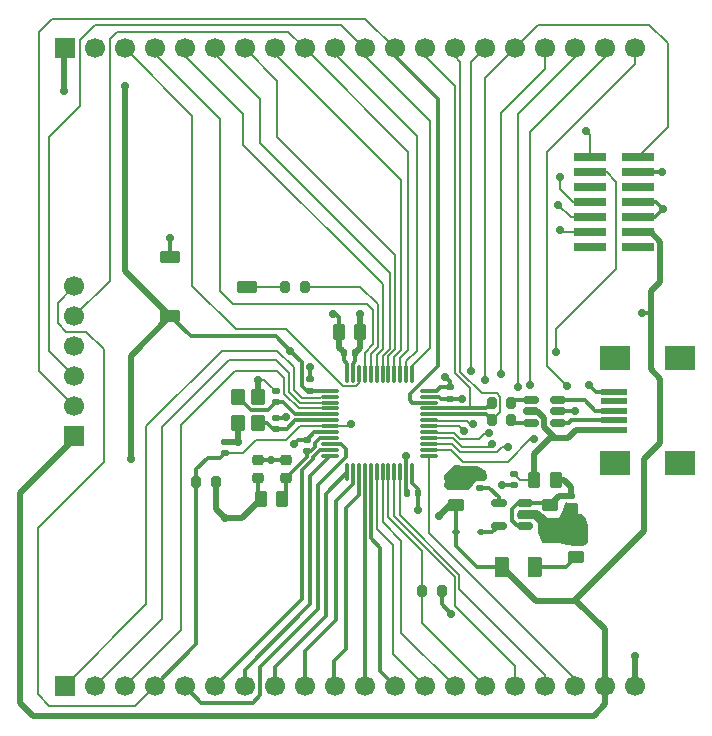
<source format=gtl>
%TF.GenerationSoftware,KiCad,Pcbnew,9.0.5*%
%TF.CreationDate,2025-11-25T11:18:21+01:00*%
%TF.ProjectId,PTP,5054502e-6b69-4636-9164-5f7063625858,rev?*%
%TF.SameCoordinates,Original*%
%TF.FileFunction,Copper,L1,Top*%
%TF.FilePolarity,Positive*%
%FSLAX46Y46*%
G04 Gerber Fmt 4.6, Leading zero omitted, Abs format (unit mm)*
G04 Created by KiCad (PCBNEW 9.0.5) date 2025-11-25 11:18:21*
%MOMM*%
%LPD*%
G01*
G04 APERTURE LIST*
G04 Aperture macros list*
%AMRoundRect*
0 Rectangle with rounded corners*
0 $1 Rounding radius*
0 $2 $3 $4 $5 $6 $7 $8 $9 X,Y pos of 4 corners*
0 Add a 4 corners polygon primitive as box body*
4,1,4,$2,$3,$4,$5,$6,$7,$8,$9,$2,$3,0*
0 Add four circle primitives for the rounded corners*
1,1,$1+$1,$2,$3*
1,1,$1+$1,$4,$5*
1,1,$1+$1,$6,$7*
1,1,$1+$1,$8,$9*
0 Add four rect primitives between the rounded corners*
20,1,$1+$1,$2,$3,$4,$5,0*
20,1,$1+$1,$4,$5,$6,$7,0*
20,1,$1+$1,$6,$7,$8,$9,0*
20,1,$1+$1,$8,$9,$2,$3,0*%
G04 Aperture macros list end*
%TA.AperFunction,SMDPad,CuDef*%
%ADD10RoundRect,0.111000X1.284000X-0.259000X1.284000X0.259000X-1.284000X0.259000X-1.284000X-0.259000X0*%
%TD*%
%TA.AperFunction,ComponentPad*%
%ADD11R,1.700000X1.700000*%
%TD*%
%TA.AperFunction,ComponentPad*%
%ADD12C,1.700000*%
%TD*%
%TA.AperFunction,SMDPad,CuDef*%
%ADD13RoundRect,0.140000X0.170000X-0.140000X0.170000X0.140000X-0.170000X0.140000X-0.170000X-0.140000X0*%
%TD*%
%TA.AperFunction,SMDPad,CuDef*%
%ADD14RoundRect,0.200000X-0.200000X-0.275000X0.200000X-0.275000X0.200000X0.275000X-0.200000X0.275000X0*%
%TD*%
%TA.AperFunction,SMDPad,CuDef*%
%ADD15RoundRect,0.250000X0.262500X0.450000X-0.262500X0.450000X-0.262500X-0.450000X0.262500X-0.450000X0*%
%TD*%
%TA.AperFunction,SMDPad,CuDef*%
%ADD16RoundRect,0.140000X-0.170000X0.140000X-0.170000X-0.140000X0.170000X-0.140000X0.170000X0.140000X0*%
%TD*%
%TA.AperFunction,SMDPad,CuDef*%
%ADD17RoundRect,0.150000X0.512500X0.150000X-0.512500X0.150000X-0.512500X-0.150000X0.512500X-0.150000X0*%
%TD*%
%TA.AperFunction,SMDPad,CuDef*%
%ADD18RoundRect,0.250000X0.450000X-0.262500X0.450000X0.262500X-0.450000X0.262500X-0.450000X-0.262500X0*%
%TD*%
%TA.AperFunction,SMDPad,CuDef*%
%ADD19R,2.300000X0.500000*%
%TD*%
%TA.AperFunction,SMDPad,CuDef*%
%ADD20R,2.299996X0.500000*%
%TD*%
%TA.AperFunction,SMDPad,CuDef*%
%ADD21R,2.500000X2.000000*%
%TD*%
%TA.AperFunction,SMDPad,CuDef*%
%ADD22R,2.500000X1.999992*%
%TD*%
%TA.AperFunction,SMDPad,CuDef*%
%ADD23RoundRect,0.225000X0.250000X-0.225000X0.250000X0.225000X-0.250000X0.225000X-0.250000X-0.225000X0*%
%TD*%
%TA.AperFunction,SMDPad,CuDef*%
%ADD24RoundRect,0.140000X-0.140000X-0.170000X0.140000X-0.170000X0.140000X0.170000X-0.140000X0.170000X0*%
%TD*%
%TA.AperFunction,SMDPad,CuDef*%
%ADD25RoundRect,0.140000X0.140000X0.170000X-0.140000X0.170000X-0.140000X-0.170000X0.140000X-0.170000X0*%
%TD*%
%TA.AperFunction,SMDPad,CuDef*%
%ADD26RoundRect,0.250000X-0.350000X0.450000X-0.350000X-0.450000X0.350000X-0.450000X0.350000X0.450000X0*%
%TD*%
%TA.AperFunction,SMDPad,CuDef*%
%ADD27RoundRect,0.250000X-0.262500X-0.450000X0.262500X-0.450000X0.262500X0.450000X-0.262500X0.450000X0*%
%TD*%
%TA.AperFunction,SMDPad,CuDef*%
%ADD28RoundRect,0.250000X-0.450000X0.262500X-0.450000X-0.262500X0.450000X-0.262500X0.450000X0.262500X0*%
%TD*%
%TA.AperFunction,SMDPad,CuDef*%
%ADD29RoundRect,0.250000X0.375000X0.625000X-0.375000X0.625000X-0.375000X-0.625000X0.375000X-0.625000X0*%
%TD*%
%TA.AperFunction,SMDPad,CuDef*%
%ADD30RoundRect,0.112500X-0.187500X-0.112500X0.187500X-0.112500X0.187500X0.112500X-0.187500X0.112500X0*%
%TD*%
%TA.AperFunction,SMDPad,CuDef*%
%ADD31RoundRect,0.200000X0.200000X0.275000X-0.200000X0.275000X-0.200000X-0.275000X0.200000X-0.275000X0*%
%TD*%
%TA.AperFunction,SMDPad,CuDef*%
%ADD32RoundRect,0.050000X-0.800000X0.450000X-0.800000X-0.450000X0.800000X-0.450000X0.800000X0.450000X0*%
%TD*%
%TA.AperFunction,SMDPad,CuDef*%
%ADD33RoundRect,0.075000X-0.662500X-0.075000X0.662500X-0.075000X0.662500X0.075000X-0.662500X0.075000X0*%
%TD*%
%TA.AperFunction,SMDPad,CuDef*%
%ADD34RoundRect,0.075000X-0.075000X-0.662500X0.075000X-0.662500X0.075000X0.662500X-0.075000X0.662500X0*%
%TD*%
%TA.AperFunction,ViaPad*%
%ADD35C,0.700000*%
%TD*%
%TA.AperFunction,Conductor*%
%ADD36C,0.300000*%
%TD*%
%TA.AperFunction,Conductor*%
%ADD37C,0.200000*%
%TD*%
%TA.AperFunction,Conductor*%
%ADD38C,0.500000*%
%TD*%
G04 APERTURE END LIST*
D10*
%TO.P,J2,1,NC*%
%TO.N,unconnected-(J2-NC-Pad1)*%
X133535000Y-94870000D03*
%TO.P,J2,2,NC*%
%TO.N,unconnected-(J2-NC-Pad2)*%
X129465000Y-94870000D03*
%TO.P,J2,3,VCC*%
%TO.N,+3V3*%
X133535000Y-93600000D03*
%TO.P,J2,4,JTMS/SWDIO*%
%TO.N,/SWDIO*%
X129465000Y-93600000D03*
%TO.P,J2,5,GND*%
%TO.N,GND*%
X133535000Y-92330000D03*
%TO.P,J2,6,JCLK/SWCLK*%
%TO.N,/SWCLK*%
X129465000Y-92330000D03*
%TO.P,J2,7,GND*%
%TO.N,GND*%
X133535000Y-91055000D03*
%TO.P,J2,8,JTDO/SWO*%
%TO.N,/PB3(SWO)*%
X129465000Y-91060000D03*
%TO.P,J2,9,JRCLK/NC*%
%TO.N,unconnected-(J2-JRCLK{slash}NC-Pad9)*%
X133535000Y-89790000D03*
%TO.P,J2,10,JTDI/NC*%
%TO.N,unconnected-(J2-JTDI{slash}NC-Pad10)*%
X129465000Y-89790000D03*
%TO.P,J2,11,GNDDetect*%
%TO.N,GND*%
X133535000Y-88520000D03*
%TO.P,J2,12,~{RST}*%
%TO.N,/NRST*%
X129465000Y-88520000D03*
%TO.P,J2,13,VCP_RX*%
%TO.N,/USART1_RX*%
X129465000Y-87250000D03*
%TO.P,J2,14,VCP_TX*%
%TO.N,/USART1_TX*%
X133535000Y-87250000D03*
%TD*%
D11*
%TO.P,J4,1,Pin_1*%
%TO.N,/PC13*%
X85000000Y-132000000D03*
D12*
%TO.P,J4,2,Pin_2*%
%TO.N,/PC14*%
X87540000Y-132000000D03*
%TO.P,J4,3,Pin_3*%
%TO.N,/PC15*%
X90080000Y-132000000D03*
%TO.P,J4,4,Pin_4*%
%TO.N,/NRST*%
X92620000Y-132000000D03*
%TO.P,J4,5,Pin_5*%
%TO.N,/PA0*%
X95160000Y-132000000D03*
%TO.P,J4,6,Pin_6*%
%TO.N,/PA1*%
X97700000Y-132000000D03*
%TO.P,J4,7,Pin_7*%
%TO.N,/PA2*%
X100240000Y-132000000D03*
%TO.P,J4,8,Pin_8*%
%TO.N,/PA3*%
X102780000Y-132000000D03*
%TO.P,J4,9,Pin_9*%
%TO.N,/PA4*%
X105320000Y-132000000D03*
%TO.P,J4,10,Pin_10*%
%TO.N,/PA5*%
X107860000Y-132000000D03*
%TO.P,J4,11,Pin_11*%
%TO.N,/PA6*%
X110400000Y-132000000D03*
%TO.P,J4,12,Pin_12*%
%TO.N,/PA7*%
X112940000Y-132000000D03*
%TO.P,J4,13,Pin_13*%
%TO.N,/PB0*%
X115480000Y-132000000D03*
%TO.P,J4,14,Pin_14*%
%TO.N,/PB1*%
X118020000Y-132000000D03*
%TO.P,J4,15,Pin_15*%
%TO.N,/PB2*%
X120560000Y-132000000D03*
%TO.P,J4,16,Pin_16*%
%TO.N,/PB10*%
X123100000Y-132000000D03*
%TO.P,J4,17,Pin_17*%
%TO.N,/PB11*%
X125640000Y-132000000D03*
%TO.P,J4,18,Pin_18*%
%TO.N,/PB12*%
X128180000Y-132000000D03*
%TO.P,J4,19,Pin_19*%
%TO.N,+3V3*%
X130720000Y-132000000D03*
%TO.P,J4,20,Pin_20*%
%TO.N,GND*%
X133260000Y-132000000D03*
%TD*%
D11*
%TO.P,J5,1,Pin_1*%
%TO.N,GND*%
X85000000Y-78000000D03*
D12*
%TO.P,J5,2,Pin_2*%
%TO.N,+3V3*%
X87540000Y-78000000D03*
%TO.P,J5,3,Pin_3*%
%TO.N,/PB9*%
X90080000Y-78000000D03*
%TO.P,J5,4,Pin_4*%
%TO.N,/PB8*%
X92620000Y-78000000D03*
%TO.P,J5,5,Pin_5*%
%TO.N,/PB7*%
X95160000Y-78000000D03*
%TO.P,J5,6,Pin_6*%
%TO.N,/PB6*%
X97700000Y-78000000D03*
%TO.P,J5,7,Pin_7*%
%TO.N,/PB5*%
X100240000Y-78000000D03*
%TO.P,J5,8,Pin_8*%
%TO.N,/PB4*%
X102780000Y-78000000D03*
%TO.P,J5,9,Pin_9*%
%TO.N,/PB3(SWO)*%
X105320000Y-78000000D03*
%TO.P,J5,10,Pin_10*%
%TO.N,/PA15*%
X107860000Y-78000000D03*
%TO.P,J5,11,Pin_11*%
%TO.N,/SWCLK*%
X110400000Y-78000000D03*
%TO.P,J5,12,Pin_12*%
%TO.N,/SWDIO*%
X112940000Y-78000000D03*
%TO.P,J5,13,Pin_13*%
%TO.N,/USB_D+*%
X115480000Y-78000000D03*
%TO.P,J5,14,Pin_14*%
%TO.N,/USB_D-*%
X118020000Y-78000000D03*
%TO.P,J5,15,Pin_15*%
%TO.N,/USART1_RX*%
X120560000Y-78000000D03*
%TO.P,J5,16,Pin_16*%
%TO.N,/USART1_TX*%
X123100000Y-78000000D03*
%TO.P,J5,17,Pin_17*%
%TO.N,/PA8*%
X125640000Y-78000000D03*
%TO.P,J5,18,Pin_18*%
%TO.N,/PB15*%
X128180000Y-78000000D03*
%TO.P,J5,19,Pin_19*%
%TO.N,/PB14*%
X130720000Y-78000000D03*
%TO.P,J5,20,Pin_20*%
%TO.N,/PB13*%
X133260000Y-78000000D03*
%TD*%
D13*
%TO.P,C15,2*%
%TO.N,GND*%
X120156600Y-114267600D03*
%TO.P,C15,1*%
%TO.N,/BP*%
X120156600Y-115227600D03*
%TD*%
D14*
%TO.P,R3,2*%
%TO.N,/D_R-*%
X122800000Y-109500000D03*
%TO.P,R3,1*%
%TO.N,/USB_D-*%
X121150000Y-109500000D03*
%TD*%
D15*
%TO.P,FB1,2*%
%TO.N,+3V3*%
X101587500Y-116200000D03*
%TO.P,FB1,1*%
%TO.N,+3V3A*%
X103412500Y-116200000D03*
%TD*%
D13*
%TO.P,C11,1*%
%TO.N,/HSE_OUT*%
X102850000Y-110230000D03*
%TO.P,C11,2*%
%TO.N,GND*%
X102850000Y-109270000D03*
%TD*%
D14*
%TO.P,R2,1*%
%TO.N,/NRST*%
X96150000Y-114700000D03*
%TO.P,R2,2*%
%TO.N,+3V3*%
X97800000Y-114700000D03*
%TD*%
D16*
%TO.P,C4,1*%
%TO.N,+3V3*%
X117600000Y-106700000D03*
%TO.P,C4,2*%
%TO.N,GND*%
X117600000Y-107660000D03*
%TD*%
%TO.P,C9,1*%
%TO.N,GND*%
X98600000Y-111320000D03*
%TO.P,C9,2*%
%TO.N,/NRST*%
X98600000Y-112280000D03*
%TD*%
D17*
%TO.P,U2,1,I/O1*%
%TO.N,/D-*%
X126725000Y-109700000D03*
%TO.P,U2,2,GND*%
%TO.N,GND*%
X126725000Y-108750000D03*
%TO.P,U2,3,I/O2*%
%TO.N,/D+*%
X126725000Y-107800000D03*
%TO.P,U2,4,I/O2*%
%TO.N,/D_R+*%
X124450000Y-107800000D03*
%TO.P,U2,5,VBUS*%
%TO.N,+VCC*%
X124450000Y-108750000D03*
%TO.P,U2,6,I/O1*%
%TO.N,/D_R-*%
X124450000Y-109700000D03*
%TD*%
D18*
%TO.P,C16,1*%
%TO.N,+3V3*%
X118156600Y-116680100D03*
%TO.P,C16,2*%
%TO.N,GND*%
X118156600Y-114855100D03*
%TD*%
D19*
%TO.P,J1,1,VCC*%
%TO.N,+VCC*%
X131500000Y-110300000D03*
%TO.P,J1,2,D-*%
%TO.N,/D-*%
X131500000Y-109500000D03*
%TO.P,J1,3,D+*%
%TO.N,/D+*%
X131500000Y-108700000D03*
D20*
%TO.P,J1,4,ID*%
%TO.N,unconnected-(J1-ID-Pad4)*%
X131500002Y-107900000D03*
D19*
%TO.P,J1,5,GND*%
%TO.N,GND*%
X131500000Y-107100000D03*
D21*
%TO.P,J1,6,EH*%
%TO.N,unconnected-(J1-EH-Pad6)_3*%
X131600000Y-113150000D03*
D22*
%TO.N,unconnected-(J1-EH-Pad6)*%
X137100000Y-113150000D03*
D21*
%TO.N,unconnected-(J1-EH-Pad6)_2*%
X131600000Y-104250000D03*
D22*
%TO.N,unconnected-(J1-EH-Pad6)_1*%
X137100000Y-104250000D03*
%TD*%
D18*
%TO.P,R7,1*%
%TO.N,/PWR_LED_K*%
X128287500Y-121052500D03*
%TO.P,R7,2*%
%TO.N,GND*%
X128287500Y-119227500D03*
%TD*%
D23*
%TO.P,C8,1*%
%TO.N,+3V3*%
X101400000Y-114375000D03*
%TO.P,C8,2*%
%TO.N,GND*%
X101400000Y-112825000D03*
%TD*%
D13*
%TO.P,C10,1*%
%TO.N,/HSE_IN*%
X102850000Y-107980000D03*
%TO.P,C10,2*%
%TO.N,GND*%
X102850000Y-107020000D03*
%TD*%
D24*
%TO.P,C2,1*%
%TO.N,+3V3*%
X108640000Y-103800000D03*
%TO.P,C2,2*%
%TO.N,GND*%
X109600000Y-103800000D03*
%TD*%
D14*
%TO.P,R4,1*%
%TO.N,/USB_D+*%
X121150000Y-108000000D03*
%TO.P,R4,2*%
%TO.N,/D_R+*%
X122800000Y-108000000D03*
%TD*%
D23*
%TO.P,C7,1*%
%TO.N,+3V3A*%
X103700000Y-114400000D03*
%TO.P,C7,2*%
%TO.N,GND*%
X103700000Y-112850000D03*
%TD*%
D25*
%TO.P,C5,1*%
%TO.N,+3V3*%
X114900000Y-115700000D03*
%TO.P,C5,2*%
%TO.N,GND*%
X113940000Y-115700000D03*
%TD*%
D26*
%TO.P,Y1,1,1*%
%TO.N,/HSE_IN*%
X99700000Y-107500000D03*
%TO.P,Y1,2,2*%
%TO.N,GND*%
X99700000Y-109700000D03*
%TO.P,Y1,3,3*%
%TO.N,/HSE_OUT*%
X101400000Y-109700000D03*
%TO.P,Y1,4,4*%
%TO.N,GND*%
X101400000Y-107500000D03*
%TD*%
D27*
%TO.P,C1,1*%
%TO.N,+3V3*%
X108187500Y-102000000D03*
%TO.P,C1,2*%
%TO.N,GND*%
X110012500Y-102000000D03*
%TD*%
D14*
%TO.P,R1,1*%
%TO.N,/SW_BOOT0*%
X103675000Y-98200000D03*
%TO.P,R1,2*%
%TO.N,/BOOT0*%
X105325000Y-98200000D03*
%TD*%
D13*
%TO.P,C6,2*%
%TO.N,GND*%
X105500000Y-111140000D03*
%TO.P,C6,1*%
%TO.N,+3V3A*%
X105500000Y-112100000D03*
%TD*%
D28*
%TO.P,C14,1*%
%TO.N,/IN*%
X126112500Y-116640000D03*
%TO.P,C14,2*%
%TO.N,GND*%
X126112500Y-118465000D03*
%TD*%
D29*
%TO.P,D1,1,K*%
%TO.N,/PWR_LED_K*%
X124800000Y-121900000D03*
%TO.P,D1,2,A*%
%TO.N,+3V3*%
X122000000Y-121900000D03*
%TD*%
D12*
%TO.P,J3,6,Pin_6*%
%TO.N,/NRST*%
X85800000Y-98160000D03*
%TO.P,J3,5,Pin_5*%
%TO.N,/PB3(SWO)*%
X85800000Y-100700000D03*
%TO.P,J3,4,Pin_4*%
%TO.N,GND*%
X85800000Y-103240000D03*
%TO.P,J3,3,Pin_3*%
%TO.N,/SWCLK*%
X85800000Y-105780000D03*
%TO.P,J3,2,Pin_2*%
%TO.N,/SWDIO*%
X85800000Y-108320000D03*
D11*
%TO.P,J3,1,Pin_1*%
%TO.N,+3V3*%
X85800000Y-110860000D03*
%TD*%
D13*
%TO.P,C3,1*%
%TO.N,+3V3*%
X105800000Y-107000000D03*
%TO.P,C3,2*%
%TO.N,GND*%
X105800000Y-106040000D03*
%TD*%
D17*
%TO.P,U3,1,IN*%
%TO.N,/IN*%
X124000000Y-118440000D03*
%TO.P,U3,2,GND*%
%TO.N,GND*%
X124000000Y-117490000D03*
%TO.P,U3,3,EN*%
%TO.N,/IN*%
X124000000Y-116540000D03*
%TO.P,U3,4,BP*%
%TO.N,/BP*%
X121725000Y-116540000D03*
%TO.P,U3,5,OUT*%
%TO.N,/OUT*%
X121725000Y-118440000D03*
%TD*%
D30*
%TO.P,D2,1,K*%
%TO.N,+3V3*%
X118150000Y-119000000D03*
%TO.P,D2,2,A*%
%TO.N,/OUT*%
X120250000Y-119000000D03*
%TD*%
D31*
%TO.P,R5,1*%
%TO.N,GND*%
X116900000Y-124000000D03*
%TO.P,R5,2*%
%TO.N,/PB2*%
X115250000Y-124000000D03*
%TD*%
D27*
%TO.P,R6,1*%
%TO.N,+VCC*%
X124750000Y-114540000D03*
%TO.P,R6,2*%
%TO.N,/IN*%
X126575000Y-114540000D03*
%TD*%
D16*
%TO.P,C13,1*%
%TO.N,/IN*%
X127862500Y-115890000D03*
%TO.P,C13,2*%
%TO.N,GND*%
X127862500Y-116850000D03*
%TD*%
%TO.P,C12,1*%
%TO.N,+VCC*%
X123000000Y-114040000D03*
%TO.P,C12,2*%
%TO.N,GND*%
X123000000Y-115000000D03*
%TD*%
D32*
%TO.P,SW1,1,A*%
%TO.N,GND*%
X93950000Y-95700000D03*
%TO.P,SW1,2,B*%
%TO.N,/SW_BOOT0*%
X100450000Y-98200000D03*
%TO.P,SW1,3,C*%
%TO.N,+3V3*%
X93950000Y-100700000D03*
%TD*%
D33*
%TO.P,U1,1,VBAT*%
%TO.N,+3V3*%
X107487500Y-107000000D03*
%TO.P,U1,2,PC13*%
%TO.N,/PC13*%
X107487500Y-107500000D03*
%TO.P,U1,3,PC14*%
%TO.N,/PC14*%
X107487500Y-108000000D03*
%TO.P,U1,4,PC15*%
%TO.N,/PC15*%
X107487500Y-108500000D03*
%TO.P,U1,5,PD0*%
%TO.N,/HSE_IN*%
X107487500Y-109000000D03*
%TO.P,U1,6,PD1*%
%TO.N,/HSE_OUT*%
X107487500Y-109500000D03*
%TO.P,U1,7,NRST*%
%TO.N,/NRST*%
X107487500Y-110000000D03*
%TO.P,U1,8,VSSA*%
%TO.N,GND*%
X107487500Y-110500000D03*
%TO.P,U1,9,VDDA*%
%TO.N,+3V3A*%
X107487500Y-111000000D03*
%TO.P,U1,10,PA0*%
%TO.N,/PA0*%
X107487500Y-111500000D03*
%TO.P,U1,11,PA1*%
%TO.N,/PA1*%
X107487500Y-112000000D03*
%TO.P,U1,12,PA2*%
%TO.N,/PA2*%
X107487500Y-112500000D03*
D34*
%TO.P,U1,13,PA3*%
%TO.N,/PA3*%
X108900000Y-113912500D03*
%TO.P,U1,14,PA4*%
%TO.N,/PA4*%
X109400000Y-113912500D03*
%TO.P,U1,15,PA5*%
%TO.N,/PA5*%
X109900000Y-113912500D03*
%TO.P,U1,16,PA6*%
%TO.N,/PA6*%
X110400000Y-113912500D03*
%TO.P,U1,17,PA7*%
%TO.N,/PA7*%
X110900000Y-113912500D03*
%TO.P,U1,18,PB0*%
%TO.N,/PB0*%
X111400000Y-113912500D03*
%TO.P,U1,19,PB1*%
%TO.N,/PB1*%
X111900000Y-113912500D03*
%TO.P,U1,20,PB2*%
%TO.N,/PB2*%
X112400000Y-113912500D03*
%TO.P,U1,21,PB10*%
%TO.N,/PB10*%
X112900000Y-113912500D03*
%TO.P,U1,22,PB11*%
%TO.N,/PB11*%
X113400000Y-113912500D03*
%TO.P,U1,23,VSS_1*%
%TO.N,GND*%
X113900000Y-113912500D03*
%TO.P,U1,24,VDD_1*%
%TO.N,+3V3*%
X114400000Y-113912500D03*
D33*
%TO.P,U1,25,PB12*%
%TO.N,/PB12*%
X115812500Y-112500000D03*
%TO.P,U1,26,PB13*%
%TO.N,/PB13*%
X115812500Y-112000000D03*
%TO.P,U1,27,PB14*%
%TO.N,/PB14*%
X115812500Y-111500000D03*
%TO.P,U1,28,PB15*%
%TO.N,/PB15*%
X115812500Y-111000000D03*
%TO.P,U1,29,PA8*%
%TO.N,/PA8*%
X115812500Y-110500000D03*
%TO.P,U1,30,PA9*%
%TO.N,/USART1_TX*%
X115812500Y-110000000D03*
%TO.P,U1,31,PA10*%
%TO.N,/USART1_RX*%
X115812500Y-109500000D03*
%TO.P,U1,32,PA11*%
%TO.N,/USB_D-*%
X115812500Y-109000000D03*
%TO.P,U1,33,PA12*%
%TO.N,/USB_D+*%
X115812500Y-108500000D03*
%TO.P,U1,34,PA13*%
%TO.N,/SWDIO*%
X115812500Y-108000000D03*
%TO.P,U1,35,VSS_2*%
%TO.N,GND*%
X115812500Y-107500000D03*
%TO.P,U1,36,VDD_2*%
%TO.N,+3V3*%
X115812500Y-107000000D03*
D34*
%TO.P,U1,37,PA14*%
%TO.N,/SWCLK*%
X114400000Y-105587500D03*
%TO.P,U1,38,PA15*%
%TO.N,/PA15*%
X113900000Y-105587500D03*
%TO.P,U1,39,PB3*%
%TO.N,/PB3(SWO)*%
X113400000Y-105587500D03*
%TO.P,U1,40,PB4*%
%TO.N,/PB4*%
X112900000Y-105587500D03*
%TO.P,U1,41,PB5*%
%TO.N,/PB5*%
X112400000Y-105587500D03*
%TO.P,U1,42,PB6*%
%TO.N,/PB6*%
X111900000Y-105587500D03*
%TO.P,U1,43,PB7*%
%TO.N,/PB7*%
X111400000Y-105587500D03*
%TO.P,U1,44,BOOT0*%
%TO.N,/BOOT0*%
X110900000Y-105587500D03*
%TO.P,U1,45,PB8*%
%TO.N,/PB8*%
X110400000Y-105587500D03*
%TO.P,U1,46,PB9*%
%TO.N,/PB9*%
X109900000Y-105587500D03*
%TO.P,U1,47,VSS_3*%
%TO.N,GND*%
X109400000Y-105587500D03*
%TO.P,U1,48,VDD_3*%
%TO.N,+3V3*%
X108900000Y-105587500D03*
%TD*%
D35*
%TO.N,GND*%
X133300000Y-129500000D03*
X135600000Y-88500000D03*
X135650000Y-91650000D03*
%TO.N,+3V3*%
X133900000Y-100400000D03*
X117200000Y-105800000D03*
X107700000Y-100500000D03*
X104100000Y-103600000D03*
%TO.N,GND*%
X117700000Y-125900000D03*
%TO.N,+3V3*%
X98600000Y-117800000D03*
X90100000Y-81200000D03*
X90600000Y-112800000D03*
%TO.N,GND*%
X84900000Y-81600000D03*
%TO.N,+3V3*%
X116700000Y-117600000D03*
X114900000Y-117100000D03*
%TO.N,/NRST*%
X109250000Y-109850000D03*
X126600000Y-103700000D03*
%TO.N,/SWCLK*%
X126800000Y-91300000D03*
%TO.N,/SWDIO*%
X126900000Y-93400000D03*
%TO.N,/USART1_RX*%
X129100000Y-85000000D03*
%TO.N,/PB3(SWO)*%
X126900000Y-88900000D03*
%TO.N,/USART1_RX*%
X119400000Y-105300000D03*
%TO.N,/USART1_TX*%
X120600000Y-106100000D03*
X118800000Y-110400000D03*
%TO.N,/USART1_RX*%
X119521296Y-109781747D03*
%TO.N,/PB13*%
X127500000Y-106600000D03*
%TO.N,/PA8*%
X121900000Y-105600000D03*
%TO.N,/PB15*%
X123400000Y-106700000D03*
%TO.N,/PB14*%
X124400000Y-106500000D03*
X122500000Y-111800000D03*
%TO.N,/PB13*%
X124700000Y-111100000D03*
%TO.N,/PB15*%
X121200000Y-111500000D03*
%TO.N,/PA8*%
X120899583Y-110598749D03*
%TO.N,GND*%
X102500000Y-112825000D03*
X104400000Y-111500000D03*
X93950000Y-94050000D03*
X119244000Y-113718000D03*
X128175000Y-108750000D03*
X110000000Y-100500000D03*
X113900000Y-112500000D03*
X99700000Y-111350000D03*
X129400000Y-106500000D03*
X101400000Y-106100000D03*
X118600000Y-107700000D03*
X128588000Y-118040000D03*
X122000000Y-115000000D03*
X118494000Y-113718000D03*
X126138000Y-119440000D03*
X105800000Y-105000000D03*
X103700000Y-109250000D03*
X127638000Y-118040000D03*
%TD*%
D36*
%TO.N,/USB_D+*%
X120650000Y-108500000D02*
X115812500Y-108500000D01*
D37*
X119300000Y-106800000D02*
X119300000Y-108500000D01*
X118000000Y-105500000D02*
X119300000Y-106800000D01*
X118000000Y-81180000D02*
X118000000Y-105500000D01*
X115480000Y-78660000D02*
X118000000Y-81180000D01*
X115480000Y-78000000D02*
X115480000Y-78660000D01*
D36*
%TO.N,+3V3*%
X133900000Y-100400000D02*
X134600000Y-100400000D01*
D38*
X135400000Y-94394134D02*
X134605866Y-93600000D01*
X134600000Y-98600000D02*
X135400000Y-97800000D01*
X134600000Y-105201530D02*
X134600000Y-98600000D01*
X134605866Y-93600000D02*
X133535000Y-93600000D01*
X135401000Y-111397470D02*
X135401000Y-106002530D01*
X134900000Y-111898470D02*
X135401000Y-111397470D01*
X135401000Y-106002530D02*
X134600000Y-105201530D01*
X134900000Y-111900000D02*
X134900000Y-111898470D01*
X134000000Y-112800000D02*
X134900000Y-111900000D01*
X128100000Y-124800000D02*
X134000000Y-118900000D01*
X134000000Y-118900000D02*
X134000000Y-112800000D01*
X135400000Y-97800000D02*
X135400000Y-94394134D01*
D36*
%TO.N,GND*%
X101400000Y-112825000D02*
X102500000Y-112825000D01*
X103675000Y-112825000D02*
X103700000Y-112850000D01*
X102500000Y-112825000D02*
X103675000Y-112825000D01*
D37*
%TO.N,/PB8*%
X98100000Y-98600000D02*
X98100000Y-83960000D01*
X99200000Y-99700000D02*
X98100000Y-98600000D01*
X110600000Y-99700000D02*
X99200000Y-99700000D01*
X111099000Y-100199000D02*
X110600000Y-99700000D01*
X110400000Y-103779232D02*
X111099000Y-103080232D01*
X111099000Y-103080232D02*
X111099000Y-100199000D01*
X110400000Y-105587500D02*
X110400000Y-103779232D01*
X98100000Y-83960000D02*
X93120000Y-78980000D01*
%TO.N,/PA15*%
X107860000Y-78480000D02*
X107860000Y-78000000D01*
X114800000Y-85420000D02*
X107860000Y-78480000D01*
X113900000Y-104500000D02*
X114800000Y-103600000D01*
X113900000Y-105587500D02*
X113900000Y-104500000D01*
X114800000Y-103600000D02*
X114800000Y-85420000D01*
%TO.N,/PB12*%
X128180000Y-131380000D02*
X128180000Y-132000000D01*
X115812500Y-119012500D02*
X128180000Y-131380000D01*
X115812500Y-112500000D02*
X115812500Y-119012500D01*
%TO.N,/PB11*%
X125640000Y-131040000D02*
X125640000Y-132000000D01*
X113359000Y-117524800D02*
X118401000Y-122566800D01*
X118401000Y-122566800D02*
X118401000Y-123801000D01*
X113359000Y-113953500D02*
X113359000Y-117524800D01*
X118401000Y-123801000D02*
X125640000Y-131040000D01*
X113400000Y-113912500D02*
X113359000Y-113953500D01*
%TO.N,/PB10*%
X118000000Y-125200000D02*
X123100000Y-130300000D01*
X123100000Y-130300000D02*
X123100000Y-132000000D01*
X112900000Y-117632900D02*
X118000000Y-122732900D01*
X112900000Y-113912500D02*
X112900000Y-117632900D01*
X118000000Y-122732900D02*
X118000000Y-125200000D01*
%TO.N,/PB2*%
X115250000Y-126690000D02*
X120560000Y-132000000D01*
X115250000Y-124000000D02*
X115250000Y-126690000D01*
%TO.N,/PB1*%
X113500000Y-127480000D02*
X118020000Y-132000000D01*
X113500000Y-119700000D02*
X113500000Y-127480000D01*
X111900000Y-118100000D02*
X113500000Y-119700000D01*
X111900000Y-113912500D02*
X111900000Y-118100000D01*
%TO.N,/PB0*%
X112800000Y-120100000D02*
X112800000Y-129320000D01*
X112800000Y-129320000D02*
X115480000Y-132000000D01*
X111400000Y-118700000D02*
X112800000Y-120100000D01*
X111400000Y-113912500D02*
X111400000Y-118700000D01*
D36*
%TO.N,/PA7*%
X111700000Y-120300000D02*
X111700000Y-130760000D01*
X110900000Y-119500000D02*
X111700000Y-120300000D01*
X110900000Y-113912500D02*
X110900000Y-119500000D01*
X111700000Y-130760000D02*
X112940000Y-132000000D01*
%TO.N,/PA6*%
X110400000Y-132000000D02*
X110400000Y-113912500D01*
%TO.N,/PA5*%
X107800000Y-129900000D02*
X107800000Y-131940000D01*
X108800000Y-116900000D02*
X108800000Y-128900000D01*
X107800000Y-131940000D02*
X107860000Y-132000000D01*
X109900000Y-115800000D02*
X108800000Y-116900000D01*
X108800000Y-128900000D02*
X107800000Y-129900000D01*
X109900000Y-113912500D02*
X109900000Y-115800000D01*
%TO.N,/PA4*%
X105320000Y-129080000D02*
X105320000Y-132000000D01*
X108000000Y-126400000D02*
X105320000Y-129080000D01*
X109400000Y-114900000D02*
X108000000Y-116300000D01*
X109400000Y-113912500D02*
X109400000Y-114900000D01*
X108000000Y-116300000D02*
X108000000Y-126400000D01*
%TO.N,/PA3*%
X107100000Y-115712500D02*
X108900000Y-113912500D01*
X107100000Y-126100000D02*
X107100000Y-115712500D01*
X102780000Y-130420000D02*
X107100000Y-126100000D01*
X102780000Y-132000000D02*
X102780000Y-130420000D01*
%TO.N,/PA0*%
X96560000Y-133400000D02*
X95160000Y-132000000D01*
X100900000Y-133400000D02*
X96560000Y-133400000D01*
X101500000Y-132800000D02*
X100900000Y-133400000D01*
X106400000Y-115000000D02*
X106400000Y-125500000D01*
X108800000Y-112600000D02*
X106400000Y-115000000D01*
X108800000Y-111900000D02*
X108800000Y-112600000D01*
X106400000Y-125500000D02*
X101500000Y-130400000D01*
X108400000Y-111500000D02*
X108800000Y-111900000D01*
X101500000Y-130400000D02*
X101500000Y-132800000D01*
X107487500Y-111500000D02*
X108400000Y-111500000D01*
%TO.N,/PA2*%
X100240000Y-130660000D02*
X100240000Y-132000000D01*
X105800000Y-125100000D02*
X100240000Y-130660000D01*
X107487500Y-112500000D02*
X105800000Y-114187500D01*
X105800000Y-114187500D02*
X105800000Y-125100000D01*
D37*
%TO.N,/NRST*%
X92620000Y-132000000D02*
X92660000Y-132000000D01*
X90920000Y-133700000D02*
X92620000Y-132000000D01*
X83700000Y-133700000D02*
X90920000Y-133700000D01*
X82700000Y-118632900D02*
X82700000Y-132700000D01*
X88300000Y-113032900D02*
X82700000Y-118632900D01*
X86793880Y-102000000D02*
X88300000Y-103506120D01*
X82700000Y-132700000D02*
X83700000Y-133700000D01*
X88300000Y-103506120D02*
X88300000Y-113032900D01*
X84400000Y-101300000D02*
X85100000Y-102000000D01*
X85100000Y-102000000D02*
X86793880Y-102000000D01*
X84400000Y-99560000D02*
X84400000Y-101300000D01*
X85800000Y-98160000D02*
X84400000Y-99560000D01*
D36*
%TO.N,/PA1*%
X106001000Y-112607260D02*
X106001000Y-112807520D01*
X106001000Y-112807520D02*
X105100000Y-113708520D01*
X106017519Y-112601000D02*
X106007260Y-112601000D01*
X105100000Y-124600000D02*
X97700000Y-132000000D01*
X106618520Y-112000000D02*
X106017519Y-112601000D01*
X106007260Y-112601000D02*
X106001000Y-112607260D01*
X107487500Y-112000000D02*
X106618520Y-112000000D01*
X105100000Y-113708520D02*
X105100000Y-124600000D01*
D37*
%TO.N,/PC13*%
X91900000Y-125100000D02*
X85000000Y-132000000D01*
X91900000Y-110000000D02*
X91900000Y-125100000D01*
X98300000Y-103600000D02*
X91900000Y-110000000D01*
X103000000Y-103600000D02*
X98300000Y-103600000D01*
X104400000Y-105000000D02*
X103000000Y-103600000D01*
X104401000Y-106901000D02*
X104401000Y-105333900D01*
X106617176Y-107599000D02*
X105099000Y-107599000D01*
X104400000Y-105332900D02*
X104400000Y-105000000D01*
X106667176Y-107549000D02*
X106617176Y-107599000D01*
X105099000Y-107599000D02*
X104401000Y-106901000D01*
X107438500Y-107549000D02*
X106667176Y-107549000D01*
X104401000Y-105333900D02*
X104400000Y-105332900D01*
X107487500Y-107500000D02*
X107438500Y-107549000D01*
%TO.N,/PC14*%
X93200000Y-110100000D02*
X93200000Y-126340000D01*
X98900000Y-104400000D02*
X93200000Y-110100000D01*
X104000000Y-105500000D02*
X102900000Y-104400000D01*
X104000000Y-107100000D02*
X104000000Y-105500000D01*
X104900000Y-108000000D02*
X104000000Y-107100000D01*
X102900000Y-104400000D02*
X98900000Y-104400000D01*
X107487500Y-108000000D02*
X104900000Y-108000000D01*
X93200000Y-126340000D02*
X87540000Y-132000000D01*
%TO.N,/PC15*%
X94800000Y-127280000D02*
X90080000Y-132000000D01*
X99400000Y-105300000D02*
X94800000Y-109900000D01*
X103001364Y-105300000D02*
X99400000Y-105300000D01*
X103600000Y-105898636D02*
X103001364Y-105300000D01*
X94800000Y-109900000D02*
X94800000Y-127280000D01*
X103600000Y-107300000D02*
X103600000Y-105898636D01*
X104800000Y-108500000D02*
X103600000Y-107300000D01*
X107487500Y-108500000D02*
X104800000Y-108500000D01*
D36*
%TO.N,/NRST*%
X96150000Y-128470000D02*
X92620000Y-132000000D01*
X96150000Y-114700000D02*
X96150000Y-128470000D01*
D38*
%TO.N,GND*%
X133260000Y-129540000D02*
X133300000Y-129500000D01*
X133260000Y-132000000D02*
X133260000Y-129540000D01*
%TO.N,+3V3*%
X128300000Y-124800000D02*
X130700000Y-127200000D01*
X130700000Y-127200000D02*
X130700000Y-131980000D01*
X128100000Y-124800000D02*
X128300000Y-124800000D01*
X130700000Y-131980000D02*
X130720000Y-132000000D01*
D37*
%TO.N,/SWDIO*%
X110440000Y-75500000D02*
X112940000Y-78000000D01*
X83900000Y-75500000D02*
X110440000Y-75500000D01*
X82800000Y-76600000D02*
X83900000Y-75500000D01*
X82800000Y-105320000D02*
X82800000Y-76600000D01*
X85800000Y-108320000D02*
X82800000Y-105320000D01*
D38*
%TO.N,GND*%
X84900000Y-78100000D02*
X84900000Y-81600000D01*
X85000000Y-78000000D02*
X84900000Y-78100000D01*
D37*
%TO.N,/PB9*%
X95800000Y-83720000D02*
X90080000Y-78000000D01*
X95800000Y-84380000D02*
X95800000Y-83720000D01*
%TO.N,/PB8*%
X92620000Y-78480000D02*
X92620000Y-78000000D01*
X93120000Y-78980000D02*
X92620000Y-78480000D01*
X93120000Y-78980000D02*
X92840000Y-78700000D01*
%TO.N,/PB7*%
X95160000Y-78660000D02*
X95160000Y-78000000D01*
X95500000Y-79000000D02*
X95160000Y-78660000D01*
X95500000Y-79000000D02*
X95200000Y-78700000D01*
%TO.N,/PB6*%
X97700000Y-78480000D02*
X97700000Y-78000000D01*
X98310000Y-79090000D02*
X97700000Y-78480000D01*
X98310000Y-79090000D02*
X97920000Y-78700000D01*
%TO.N,/PB5*%
X103000000Y-80760000D02*
X100240000Y-78000000D01*
X113000000Y-95500000D02*
X103000000Y-85500000D01*
X113000000Y-103501300D02*
X113000000Y-95500000D01*
X112400000Y-104101300D02*
X113000000Y-103501300D01*
X112400000Y-105587500D02*
X112400000Y-104101300D01*
X103000000Y-85500000D02*
X103000000Y-80760000D01*
%TO.N,/PB4*%
X102780000Y-78000000D02*
X102780000Y-78480000D01*
X102780000Y-78000000D02*
X102820000Y-78040000D01*
X113500000Y-89200000D02*
X102780000Y-78480000D01*
X113500000Y-103568400D02*
X113500000Y-89200000D01*
X112900000Y-104168400D02*
X113500000Y-103568400D01*
X112900000Y-105587500D02*
X112900000Y-104168400D01*
%TO.N,/SWCLK*%
X108400000Y-76000000D02*
X110440000Y-78040000D01*
X86300000Y-77300000D02*
X87600000Y-76000000D01*
X87600000Y-76000000D02*
X108400000Y-76000000D01*
X86300000Y-82900000D02*
X86300000Y-77300000D01*
X110440000Y-78040000D02*
X110440000Y-78700000D01*
X83700000Y-85500000D02*
X86300000Y-82900000D01*
X85800000Y-105780000D02*
X83700000Y-103680000D01*
X83700000Y-103680000D02*
X83700000Y-85500000D01*
%TO.N,/PB3(SWO)*%
X88800000Y-97700000D02*
X85800000Y-100700000D01*
X88800000Y-77200000D02*
X88800000Y-97700000D01*
X89384531Y-76615469D02*
X88800000Y-77200000D01*
X103935469Y-76615469D02*
X89384531Y-76615469D01*
X105320000Y-78000000D02*
X103935469Y-76615469D01*
X114100000Y-86780000D02*
X105320000Y-78000000D01*
X114100000Y-103535500D02*
X114100000Y-86780000D01*
X113400000Y-104235500D02*
X114100000Y-103535500D01*
X113400000Y-105587500D02*
X113400000Y-104235500D01*
%TO.N,/SWCLK*%
X110400000Y-78660000D02*
X110400000Y-78000000D01*
X115900000Y-84160000D02*
X110400000Y-78660000D01*
X115900000Y-103400000D02*
X115900000Y-84160000D01*
X114400000Y-104900000D02*
X115900000Y-103400000D01*
X114400000Y-105587500D02*
X114400000Y-104900000D01*
D36*
%TO.N,/SWDIO*%
X116600000Y-82300000D02*
X112940000Y-78640000D01*
X116600000Y-104870000D02*
X116600000Y-82300000D01*
X114200000Y-107270000D02*
X116600000Y-104870000D01*
X114200000Y-107800000D02*
X114200000Y-107270000D01*
X114400000Y-108000000D02*
X114200000Y-107800000D01*
X115812000Y-108000000D02*
X114400000Y-108000000D01*
X112940000Y-78640000D02*
X112940000Y-78000000D01*
X113160000Y-78220000D02*
X112940000Y-78000000D01*
D37*
%TO.N,/USB_D-*%
X118020000Y-78660000D02*
X118020000Y-78000000D01*
X120324000Y-107224000D02*
X118500000Y-105400000D01*
X121851000Y-107511936D02*
X121563064Y-107224000D01*
X118500000Y-105400000D02*
X118500000Y-79140000D01*
X118500000Y-79140000D02*
X118020000Y-78660000D01*
X121851000Y-108799000D02*
X121851000Y-107511936D01*
X121563064Y-107224000D02*
X120324000Y-107224000D01*
X121150000Y-109500000D02*
X121851000Y-108799000D01*
%TO.N,/USART1_RX*%
X119400000Y-105300000D02*
X119400000Y-79160000D01*
X119400000Y-79160000D02*
X120560000Y-78000000D01*
%TO.N,/PB13*%
X133300000Y-78040000D02*
X133260000Y-78000000D01*
X133300000Y-79300000D02*
X133300000Y-78040000D01*
X125800000Y-86800000D02*
X133300000Y-79300000D01*
X125800000Y-104900000D02*
X125800000Y-86800000D01*
X127500000Y-106600000D02*
X125800000Y-104900000D01*
%TO.N,/PB14*%
X130720000Y-78780000D02*
X130720000Y-78000000D01*
X124400000Y-85100000D02*
X130720000Y-78780000D01*
X130720000Y-78000000D02*
X130760000Y-78040000D01*
X130760000Y-78040000D02*
X130760000Y-78700000D01*
X124400000Y-106500000D02*
X124400000Y-85100000D01*
%TO.N,/PB15*%
X128220000Y-78780000D02*
X128220000Y-78700000D01*
X123400000Y-83600000D02*
X128220000Y-78780000D01*
X123400000Y-106700000D02*
X123400000Y-83600000D01*
%TO.N,/PA8*%
X121900000Y-83500000D02*
X121900000Y-105600000D01*
X125640000Y-79760000D02*
X121900000Y-83500000D01*
X125640000Y-78740000D02*
X125640000Y-79760000D01*
X125680000Y-78700000D02*
X125640000Y-78740000D01*
%TO.N,/USART1_TX*%
X136100000Y-77600000D02*
X136100000Y-84685000D01*
X134500000Y-76000000D02*
X136100000Y-77600000D01*
X120600000Y-80500000D02*
X125100000Y-76000000D01*
X125100000Y-76000000D02*
X134500000Y-76000000D01*
X136100000Y-84685000D02*
X133535000Y-87250000D01*
X120600000Y-106100000D02*
X120600000Y-80500000D01*
D36*
%TO.N,GND*%
X135580000Y-88520000D02*
X135600000Y-88500000D01*
X133535000Y-88520000D02*
X135580000Y-88520000D01*
X135650000Y-91650000D02*
X135055000Y-91055000D01*
X135055000Y-91055000D02*
X133535000Y-91055000D01*
X134970000Y-92330000D02*
X133535000Y-92330000D01*
X135650000Y-91650000D02*
X134970000Y-92330000D01*
D38*
%TO.N,+3V3*%
X81200000Y-133400000D02*
X82300000Y-134500000D01*
D36*
X117600000Y-106200000D02*
X117200000Y-105800000D01*
X117600000Y-106700000D02*
X117600000Y-106200000D01*
D37*
%TO.N,/NRST*%
X126600000Y-101800000D02*
X126600000Y-103700000D01*
X131700000Y-89300000D02*
X131700000Y-96700000D01*
X130920000Y-88520000D02*
X131700000Y-89300000D01*
X129465000Y-88520000D02*
X130920000Y-88520000D01*
X131700000Y-96700000D02*
X126600000Y-101800000D01*
D36*
%TO.N,+3V3*%
X108200000Y-101988000D02*
X108188000Y-102000000D01*
X108200000Y-100800000D02*
X108200000Y-101988000D01*
X107900000Y-100500000D02*
X108200000Y-100800000D01*
X107700000Y-100500000D02*
X107900000Y-100500000D01*
X104100000Y-103600000D02*
X105049000Y-104549000D01*
D37*
%TO.N,/PB9*%
X109900000Y-106358824D02*
X109900000Y-105587500D01*
X108526000Y-106626000D02*
X109632824Y-106626000D01*
X99500000Y-101800000D02*
X103700000Y-101800000D01*
X95800000Y-84380000D02*
X95800000Y-98100000D01*
X103700000Y-101800000D02*
X108526000Y-106626000D01*
X95800000Y-98100000D02*
X99500000Y-101800000D01*
X109632824Y-106626000D02*
X109900000Y-106358824D01*
D36*
%TO.N,+3V3*%
X105490001Y-107000000D02*
X105800000Y-107000000D01*
X105049000Y-106558999D02*
X105490001Y-107000000D01*
X105049000Y-104549000D02*
X105049000Y-106558999D01*
X93950000Y-100700000D02*
X95650000Y-102400000D01*
X95650000Y-102400000D02*
X102900000Y-102400000D01*
X102900000Y-102400000D02*
X104100000Y-103600000D01*
%TO.N,GND*%
X116900000Y-125100000D02*
X117700000Y-125900000D01*
X116900000Y-124000000D02*
X116900000Y-125100000D01*
D38*
%TO.N,+3V3*%
X97800000Y-117000000D02*
X98600000Y-117800000D01*
X97800000Y-114700000D02*
X97800000Y-117000000D01*
X99987500Y-117800000D02*
X101587500Y-116200000D01*
X98600000Y-117800000D02*
X99987500Y-117800000D01*
X90100000Y-81200000D02*
X90100000Y-96850000D01*
X90100000Y-96850000D02*
X93950000Y-100700000D01*
X90600000Y-104050000D02*
X90600000Y-112800000D01*
X93950000Y-100700000D02*
X90600000Y-104050000D01*
X85800000Y-111100000D02*
X85800000Y-110860000D01*
X81200000Y-133400000D02*
X81200000Y-115700000D01*
X130760000Y-133540000D02*
X129800000Y-134500000D01*
X129800000Y-134500000D02*
X82300000Y-134500000D01*
X130760000Y-132000000D02*
X130760000Y-133540000D01*
X81200000Y-115700000D02*
X85800000Y-111100000D01*
X122000000Y-121900000D02*
X124900000Y-124800000D01*
X124900000Y-124800000D02*
X128100000Y-124800000D01*
X117619900Y-116680100D02*
X116700000Y-117600000D01*
D36*
X114900000Y-115700000D02*
X114900000Y-117100000D01*
D37*
%TO.N,/NRST*%
X109100000Y-110000000D02*
X107487500Y-110000000D01*
X109250000Y-109850000D02*
X109100000Y-110000000D01*
X126600000Y-103700000D02*
X126500000Y-103800000D01*
%TO.N,/SWDIO*%
X127100000Y-93600000D02*
X126900000Y-93400000D01*
X129465000Y-93600000D02*
X127100000Y-93600000D01*
%TO.N,/PB3(SWO)*%
X126900000Y-89890000D02*
X126900000Y-88900000D01*
X128070000Y-91060000D02*
X126900000Y-89890000D01*
X129465000Y-91060000D02*
X128070000Y-91060000D01*
%TO.N,/USART1_RX*%
X129465000Y-85365000D02*
X129100000Y-85000000D01*
X129465000Y-87250000D02*
X129465000Y-85365000D01*
%TO.N,/PA8*%
X115861500Y-110549000D02*
X115812500Y-110500000D01*
X120100000Y-111100000D02*
X118500000Y-111100000D01*
X120601251Y-110598749D02*
X120100000Y-111100000D01*
X120899583Y-110598749D02*
X120601251Y-110598749D01*
X118500000Y-111100000D02*
X117949000Y-110549000D01*
X117949000Y-110549000D02*
X115861500Y-110549000D01*
%TO.N,/USART1_RX*%
X115861500Y-109549000D02*
X115812500Y-109500000D01*
X119391364Y-109800000D02*
X119290364Y-109699000D01*
X119521296Y-109781747D02*
X119503043Y-109800000D01*
X119503043Y-109800000D02*
X119391364Y-109800000D01*
X119049000Y-109549000D02*
X115861500Y-109549000D01*
X119290364Y-109699000D02*
X119199000Y-109699000D01*
X119199000Y-109699000D02*
X119049000Y-109549000D01*
%TO.N,/USART1_TX*%
X116517724Y-110001000D02*
X116516724Y-110000000D01*
X118401000Y-110001000D02*
X116517724Y-110001000D01*
X118800000Y-110400000D02*
X118401000Y-110001000D01*
X116516724Y-110000000D02*
X115812500Y-110000000D01*
%TO.N,/PB15*%
X117832900Y-111000000D02*
X115812500Y-111000000D01*
X118632900Y-111800000D02*
X117832900Y-111000000D01*
X120900000Y-111800000D02*
X118632900Y-111800000D01*
X121200000Y-111500000D02*
X120900000Y-111800000D01*
%TO.N,/PB14*%
X122000000Y-111800000D02*
X122500000Y-111800000D01*
X121600000Y-112200000D02*
X122000000Y-111800000D01*
X117765800Y-111500000D02*
X118465800Y-112200000D01*
X118465800Y-112200000D02*
X121600000Y-112200000D01*
X115812500Y-111500000D02*
X117765800Y-111500000D01*
%TO.N,/PB13*%
X117698700Y-112000000D02*
X115812500Y-112000000D01*
X122500000Y-113000000D02*
X118698700Y-113000000D01*
X124400000Y-111100000D02*
X122500000Y-113000000D01*
X124700000Y-111100000D02*
X124400000Y-111100000D01*
X118698700Y-113000000D02*
X117698700Y-112000000D01*
D36*
%TO.N,/USB_D+*%
X120650000Y-108500000D02*
X121150000Y-108000000D01*
%TO.N,/USB_D-*%
X120650000Y-109000000D02*
X121150000Y-109500000D01*
X115812500Y-109000000D02*
X120650000Y-109000000D01*
%TO.N,/D_R-*%
X123000000Y-109700000D02*
X122800000Y-109500000D01*
X124450000Y-109700000D02*
X123000000Y-109700000D01*
%TO.N,/D_R+*%
X124450000Y-107800000D02*
X123000000Y-107800000D01*
X123000000Y-107800000D02*
X122800000Y-108000000D01*
X122825000Y-108025000D02*
X122800000Y-108000000D01*
X122825000Y-108100000D02*
X122825000Y-108025000D01*
%TO.N,/USB_D-*%
X121150000Y-109700000D02*
X121150000Y-109500000D01*
D37*
%TO.N,GND*%
X133300000Y-132000000D02*
X133118000Y-132000000D01*
%TO.N,/PB7*%
X100100000Y-83600000D02*
X95500000Y-79000000D01*
X100100000Y-86200000D02*
X100100000Y-83600000D01*
X111901000Y-103466100D02*
X111901000Y-98001000D01*
X111400000Y-103967100D02*
X111901000Y-103466100D01*
X111901000Y-98001000D02*
X100100000Y-86200000D01*
X111400000Y-105587500D02*
X111400000Y-103967100D01*
%TO.N,/PB8*%
X92840000Y-78700000D02*
X92660000Y-78700000D01*
%TO.N,/PB6*%
X97920000Y-78700000D02*
X97740000Y-78700000D01*
X112500000Y-103434200D02*
X112500000Y-97002000D01*
X112500000Y-97002000D02*
X101500000Y-86002000D01*
X111900000Y-104034200D02*
X112500000Y-103434200D01*
X101500000Y-86002000D02*
X101500000Y-82280000D01*
X111900000Y-105587500D02*
X111900000Y-104034200D01*
X101500000Y-82280000D02*
X98310000Y-79090000D01*
%TO.N,/PB7*%
X95200000Y-78700000D02*
X95380000Y-78700000D01*
%TO.N,/BOOT0*%
X110000000Y-98200000D02*
X105325000Y-98200000D01*
X110900000Y-103900000D02*
X111500000Y-103300000D01*
X111500000Y-103300000D02*
X111500000Y-99700000D01*
X110900000Y-105587500D02*
X110900000Y-103900000D01*
X111500000Y-99700000D02*
X110000000Y-98200000D01*
D38*
%TO.N,GND*%
X110012500Y-100512500D02*
X110000000Y-100500000D01*
X110012500Y-102000000D02*
X110012500Y-100512500D01*
X110012500Y-103387500D02*
X109600000Y-103800000D01*
X110012500Y-102000000D02*
X110012500Y-103387500D01*
D36*
%TO.N,/NRST*%
X96150000Y-113650000D02*
X96150000Y-114700000D01*
X97100000Y-112700000D02*
X96150000Y-113650000D01*
D37*
%TO.N,GND*%
X101900000Y-106100000D02*
X101400000Y-106100000D01*
X102300000Y-106500000D02*
X101900000Y-106100000D01*
X102330000Y-106500000D02*
X102300000Y-106500000D01*
X102850000Y-107020000D02*
X102330000Y-106500000D01*
D36*
%TO.N,/HSE_IN*%
X103999000Y-108499000D02*
X103480000Y-107980000D01*
X104011075Y-108499000D02*
X103999000Y-108499000D01*
X104451000Y-108951000D02*
X104451000Y-108938925D01*
X104451000Y-108938925D02*
X104011075Y-108499000D01*
X104500000Y-109000000D02*
X104451000Y-108951000D01*
X103480000Y-107980000D02*
X102850000Y-107980000D01*
X107487500Y-109000000D02*
X104500000Y-109000000D01*
%TO.N,GND*%
X122000000Y-115000000D02*
X123000000Y-115000000D01*
D38*
%TO.N,+VCC*%
X126100918Y-110999082D02*
X124750000Y-112350000D01*
X126459082Y-110999082D02*
X126100918Y-110999082D01*
X126460000Y-111000000D02*
X126459082Y-110999082D01*
X127600000Y-111000000D02*
X126460000Y-111000000D01*
D36*
%TO.N,GND*%
X113940000Y-115700000D02*
X114040000Y-115700000D01*
X113900000Y-115660000D02*
X113940000Y-115700000D01*
X113900000Y-113912500D02*
X113900000Y-115660000D01*
%TO.N,+3V3*%
X114900000Y-115700000D02*
X115000000Y-115700000D01*
X114900000Y-115300000D02*
X114900000Y-115700000D01*
X114400000Y-114800000D02*
X114900000Y-115300000D01*
X114400000Y-113912500D02*
X114400000Y-114800000D01*
D37*
%TO.N,/PB2*%
X115250000Y-120550000D02*
X115250000Y-124000000D01*
X112400000Y-117700000D02*
X115250000Y-120550000D01*
X112400000Y-113912500D02*
X112400000Y-117700000D01*
%TO.N,/PB1*%
X111900000Y-113912500D02*
X111949000Y-113961500D01*
%TO.N,/PB0*%
X111400000Y-113912500D02*
X111449000Y-113961500D01*
D36*
%TO.N,+3V3A*%
X105500000Y-112600000D02*
X103700000Y-114400000D01*
X105500000Y-112100000D02*
X105500000Y-112600000D01*
%TO.N,+3V3*%
X101400000Y-116012500D02*
X101587500Y-116200000D01*
X101400000Y-114375000D02*
X101400000Y-116012500D01*
%TO.N,+3V3A*%
X103700000Y-115912500D02*
X103412500Y-116200000D01*
X103700000Y-114400000D02*
X103700000Y-115912500D01*
D37*
%TO.N,/NRST*%
X98620000Y-112300000D02*
X98600000Y-112280000D01*
X100100000Y-112300000D02*
X98620000Y-112300000D01*
X101195682Y-111204318D02*
X100100000Y-112300000D01*
X107487500Y-110000000D02*
X104908636Y-110000000D01*
X104908636Y-110000000D02*
X103704318Y-111204318D01*
X103704318Y-111204318D02*
X101195682Y-111204318D01*
D36*
%TO.N,+3V3A*%
X105500000Y-112100000D02*
X105487500Y-112100000D01*
%TO.N,/NRST*%
X98180000Y-112700000D02*
X98600000Y-112280000D01*
X97100000Y-112700000D02*
X98180000Y-112700000D01*
D38*
%TO.N,GND*%
X99670000Y-111320000D02*
X99700000Y-111350000D01*
X98600000Y-111320000D02*
X99670000Y-111320000D01*
D36*
%TO.N,/HSE_OUT*%
X103782075Y-110230000D02*
X104512075Y-109500000D01*
X104512075Y-109500000D02*
X107487500Y-109500000D01*
X102850000Y-110230000D02*
X103782075Y-110230000D01*
%TO.N,GND*%
X104760000Y-111140000D02*
X104400000Y-111500000D01*
X105500000Y-111140000D02*
X104760000Y-111140000D01*
X106501000Y-110500000D02*
X106500000Y-110499000D01*
X107487500Y-110500000D02*
X106501000Y-110500000D01*
X106500000Y-110499000D02*
X106644466Y-110499000D01*
X106141000Y-110499000D02*
X106500000Y-110499000D01*
X105500000Y-111140000D02*
X106141000Y-110499000D01*
%TO.N,+3V3A*%
X106161000Y-111748999D02*
X105809999Y-112100000D01*
X106161000Y-111439000D02*
X106161000Y-111748999D01*
X106600000Y-111000000D02*
X106161000Y-111439000D01*
X105809999Y-112100000D02*
X105500000Y-112100000D01*
%TO.N,GND*%
X93950000Y-94050000D02*
X94000000Y-94000000D01*
X93950000Y-95700000D02*
X93950000Y-94050000D01*
%TO.N,/OUT*%
X121165000Y-119000000D02*
X121725000Y-118440000D01*
X120250000Y-119000000D02*
X121165000Y-119000000D01*
D37*
%TO.N,/PB6*%
X111900000Y-105588000D02*
X111900000Y-105587500D01*
%TO.N,/PB15*%
X115812000Y-111000000D02*
X115812500Y-111000000D01*
D36*
%TO.N,/D-*%
X127700000Y-109700000D02*
X126725000Y-109700000D01*
X127900000Y-109500000D02*
X127700000Y-109700000D01*
X131500000Y-109500000D02*
X127900000Y-109500000D01*
%TO.N,/D+*%
X129025000Y-107800000D02*
X126725000Y-107800000D01*
X129925000Y-108700000D02*
X129025000Y-107800000D01*
X131500000Y-108700000D02*
X129925000Y-108700000D01*
D37*
%TO.N,/PB12*%
X115812000Y-112625100D02*
X115812000Y-112500000D01*
X115812000Y-112500500D02*
X115812500Y-112500000D01*
X115812000Y-112625100D02*
X115812000Y-112500500D01*
%TO.N,/PB5*%
X112400000Y-105588000D02*
X112400000Y-105587500D01*
%TO.N,/PB4*%
X112900000Y-105588000D02*
X112900000Y-105587500D01*
%TO.N,/PB10*%
X112900000Y-113912000D02*
X112900000Y-113912500D01*
%TO.N,/PB7*%
X111400000Y-105588000D02*
X111400000Y-105587500D01*
%TO.N,/PB0*%
X111400000Y-113912000D02*
X111400000Y-113912500D01*
%TO.N,/PB2*%
X120050000Y-132000000D02*
X120560000Y-132000000D01*
X112400000Y-113912000D02*
X112400000Y-113912500D01*
D36*
%TO.N,/USB_D-*%
X115812500Y-109000000D02*
X115812000Y-109000000D01*
D37*
%TO.N,/PA6*%
X110400000Y-113912000D02*
X110400000Y-113912500D01*
%TO.N,/PB1*%
X111900500Y-113913000D02*
X111900000Y-113912500D01*
X111901000Y-113913000D02*
X111900500Y-113913000D01*
X111902000Y-113914000D02*
X111901000Y-113913000D01*
X111901000Y-113913000D02*
X111900000Y-113912000D01*
D36*
%TO.N,/USB_D+*%
X115812500Y-108500000D02*
X115812000Y-108500000D01*
D37*
%TO.N,/SW_BOOT0*%
X103675000Y-98200000D02*
X100450000Y-98200000D01*
%TO.N,/BOOT0*%
X110900000Y-105588000D02*
X110900000Y-105587500D01*
%TO.N,/SWDIO*%
X115812500Y-108000000D02*
X115812000Y-108000000D01*
D36*
%TO.N,/SWCLK*%
X114400000Y-105588000D02*
X114400000Y-105587500D01*
%TO.N,/PWR_LED_K*%
X127440000Y-121900000D02*
X128287500Y-121052500D01*
X124800000Y-121900000D02*
X127440000Y-121900000D01*
X128287500Y-121052500D02*
X128288000Y-121052000D01*
%TO.N,/BP*%
X121725000Y-116025000D02*
X121725000Y-116540000D01*
X120928000Y-115228000D02*
X121725000Y-116025000D01*
X120157000Y-115228000D02*
X120928000Y-115228000D01*
D37*
X120156600Y-115227600D02*
X120157000Y-115228000D01*
D36*
%TO.N,/IN*%
X123338000Y-116540000D02*
X124000000Y-116540000D01*
X122888000Y-116990000D02*
X123338000Y-116540000D01*
X122888000Y-117990000D02*
X122888000Y-116990000D01*
X123338000Y-118440000D02*
X122888000Y-117990000D01*
X124000000Y-118440000D02*
X123338000Y-118440000D01*
X126012000Y-116540000D02*
X124000000Y-116540000D01*
X126112000Y-116640000D02*
X126012000Y-116540000D01*
D37*
X127862000Y-115890000D02*
X127790000Y-115890000D01*
D38*
X127862000Y-115890000D02*
X127790000Y-115890000D01*
X127862000Y-115115000D02*
X127862000Y-115890000D01*
X127288000Y-114540000D02*
X127862000Y-115115000D01*
X126575000Y-114540000D02*
X127288000Y-114540000D01*
X126862000Y-115890000D02*
X126112000Y-116640000D01*
X127790000Y-115890000D02*
X126862000Y-115890000D01*
D36*
X126112000Y-116640000D02*
X126588000Y-116640000D01*
D37*
X126112500Y-116640000D02*
X126112000Y-116640000D01*
X127862500Y-115890000D02*
X127862000Y-115890000D01*
D38*
%TO.N,+VCC*%
X124750000Y-112350000D02*
X124750000Y-114540000D01*
X125960000Y-110500000D02*
X126418000Y-110957000D01*
X125017000Y-108750000D02*
X124450000Y-108750000D01*
X125564000Y-109297000D02*
X125017000Y-108750000D01*
X125564000Y-110103000D02*
X125564000Y-109297000D01*
X125960000Y-110500000D02*
X125564000Y-110103000D01*
X128300000Y-110300000D02*
X127600000Y-111000000D01*
X131500000Y-110300000D02*
X128300000Y-110300000D01*
X126460000Y-111000000D02*
X125960000Y-110500000D01*
D37*
X123500000Y-114540000D02*
X124750000Y-114540000D01*
X123000000Y-114040000D02*
X123500000Y-114540000D01*
D36*
%TO.N,/HSE_OUT*%
X102100000Y-109700000D02*
X101400000Y-109700000D01*
X102630000Y-110230000D02*
X102100000Y-109700000D01*
X102850000Y-110230000D02*
X102630000Y-110230000D01*
X107488000Y-109500000D02*
X107487500Y-109500000D01*
%TO.N,/HSE_IN*%
X100800000Y-108600000D02*
X99700000Y-107500000D01*
X102230000Y-108600000D02*
X100800000Y-108600000D01*
X102850000Y-107980000D02*
X102230000Y-108600000D01*
X107488000Y-109000000D02*
X107487500Y-109000000D01*
%TO.N,+3V3A*%
X107488000Y-111000000D02*
X107487500Y-111000000D01*
X107487500Y-111000000D02*
X106600000Y-111000000D01*
%TO.N,+3V3*%
X118157000Y-118993000D02*
X118150000Y-119000000D01*
X118157000Y-117260000D02*
X118157000Y-118993000D01*
X118157000Y-116680000D02*
X118157000Y-117260000D01*
X119900000Y-121900000D02*
X122000000Y-121900000D01*
X118150000Y-120150000D02*
X119900000Y-121900000D01*
X118150000Y-119000000D02*
X118150000Y-120150000D01*
D37*
X118157000Y-117260000D02*
X118157000Y-116680000D01*
X118156600Y-116680000D02*
X118157000Y-116680000D01*
X118156600Y-116680100D02*
X118156600Y-116680000D01*
D36*
X108900000Y-105588000D02*
X108900000Y-105587500D01*
D37*
X108187500Y-102000000D02*
X108188000Y-102000000D01*
D36*
X107488000Y-107000000D02*
X107487500Y-107000000D01*
X115812000Y-107000000D02*
X115812500Y-107000000D01*
X107487500Y-107000000D02*
X105800000Y-107000000D01*
X116800000Y-106700000D02*
X117600000Y-106700000D01*
X116500000Y-107000000D02*
X116800000Y-106700000D01*
X115812500Y-107000000D02*
X116500000Y-107000000D01*
D37*
X117864000Y-106700000D02*
X117600000Y-106700000D01*
D38*
X108188000Y-102000000D02*
X108188000Y-103348000D01*
X108308800Y-103468800D02*
X108318000Y-103478000D01*
X108513800Y-103673800D02*
X108640000Y-103800000D01*
X108308800Y-103468700D02*
X108308800Y-103468800D01*
X108318000Y-103478000D02*
X108346300Y-103506300D01*
X108188000Y-103348000D02*
X108308700Y-103468700D01*
X108308700Y-103468700D02*
X108308800Y-103468700D01*
X108501700Y-103661700D02*
X108513800Y-103673800D01*
X108346300Y-103506300D02*
X108429700Y-103589700D01*
X108429700Y-103589700D02*
X108501700Y-103661700D01*
D36*
X114400000Y-113912000D02*
X114400000Y-113912200D01*
X114400000Y-113912200D02*
X114400000Y-113912500D01*
X108640000Y-104120000D02*
X108640000Y-103920000D01*
X108640000Y-103920000D02*
X108640000Y-103800000D01*
X108640000Y-104440000D02*
X108640000Y-104120000D01*
X108900000Y-104700000D02*
X108640000Y-104440000D01*
X108900000Y-105587500D02*
X108900000Y-104700000D01*
D37*
X130600000Y-131880000D02*
X130660000Y-131940000D01*
X130660000Y-131940000D02*
X130690000Y-131970000D01*
X130690000Y-131970000D02*
X130720000Y-132000000D01*
D36*
%TO.N,GND*%
X128175000Y-108750000D02*
X126725000Y-108750000D01*
X118560000Y-107660000D02*
X118600000Y-107700000D01*
X117600000Y-107660000D02*
X118560000Y-107660000D01*
D38*
X99700000Y-109700000D02*
X99700000Y-111350000D01*
D36*
X103680000Y-109270000D02*
X102850000Y-109270000D01*
X103700000Y-109250000D02*
X103680000Y-109270000D01*
X130000000Y-107100000D02*
X129400000Y-106500000D01*
X131500000Y-107100000D02*
X130000000Y-107100000D01*
D37*
X101400000Y-106930000D02*
X101490000Y-107020000D01*
D38*
X101400000Y-107500000D02*
X101400000Y-106930000D01*
D36*
X105800000Y-106040000D02*
X105800000Y-105000000D01*
D37*
X105620000Y-106220000D02*
X105800000Y-106040000D01*
D38*
X101400000Y-106220000D02*
X101400000Y-106100000D01*
D36*
X107488000Y-110500000D02*
X107487500Y-110500000D01*
X115812000Y-107500000D02*
X115812500Y-107500000D01*
X116860000Y-107660000D02*
X117600000Y-107660000D01*
X116700000Y-107500000D02*
X116860000Y-107660000D01*
X115812500Y-107500000D02*
X116700000Y-107500000D01*
X109400000Y-105588000D02*
X109400000Y-105587500D01*
X109600000Y-104500000D02*
X109600000Y-103800000D01*
X109400000Y-104700000D02*
X109600000Y-104500000D01*
X109400000Y-105587500D02*
X109400000Y-104700000D01*
D38*
X101400000Y-106930000D02*
X101400000Y-106304800D01*
X101400000Y-106304800D02*
X101400000Y-106220000D01*
D36*
X113900000Y-112500000D02*
X113900000Y-112625100D01*
X113900000Y-112625100D02*
X113900000Y-113159800D01*
X113900000Y-113159800D02*
X113900000Y-113912500D01*
D37*
%TO.N,/SWCLK*%
X129465000Y-92330000D02*
X127830000Y-92330000D01*
X127830000Y-92330000D02*
X126800000Y-91300000D01*
%TD*%
%TA.AperFunction,Conductor*%
%TO.N,GND*%
G36*
X118415547Y-113287248D02*
G01*
X118436189Y-113303882D01*
X118452787Y-113320480D01*
X118544113Y-113373207D01*
X118645973Y-113400501D01*
X118645975Y-113400501D01*
X118759023Y-113400501D01*
X118759039Y-113400500D01*
X120017339Y-113400500D01*
X120084378Y-113420185D01*
X120085336Y-113420806D01*
X120641864Y-113786190D01*
X120687101Y-113839438D01*
X120696826Y-113874269D01*
X120745777Y-114261004D01*
X120747583Y-114275271D01*
X120736472Y-114344252D01*
X120718273Y-114372050D01*
X120514156Y-114607588D01*
X120455375Y-114645359D01*
X120408871Y-114649838D01*
X120379671Y-114647100D01*
X120379666Y-114647100D01*
X120148528Y-114647100D01*
X120124288Y-114644708D01*
X119900000Y-114600000D01*
X119841154Y-114658811D01*
X119794461Y-114688142D01*
X119778444Y-114693747D01*
X119778439Y-114693750D01*
X119671601Y-114772601D01*
X119592750Y-114879439D01*
X119592748Y-114879443D01*
X119587231Y-114895207D01*
X119557848Y-114941951D01*
X119124134Y-115375415D01*
X119062801Y-115408882D01*
X119036934Y-115411707D01*
X117501620Y-115417351D01*
X117434508Y-115397913D01*
X117406738Y-115373725D01*
X117129166Y-115047620D01*
X117100703Y-114983810D01*
X117111257Y-114914742D01*
X117112482Y-114912196D01*
X117194052Y-114747563D01*
X117107195Y-114330649D01*
X117112793Y-114261004D01*
X117138124Y-114220552D01*
X117994810Y-113306753D01*
X118055022Y-113271310D01*
X118085273Y-113267563D01*
X118348508Y-113267563D01*
X118415547Y-113287248D01*
G37*
%TD.AperFunction*%
%TD*%
%TA.AperFunction,Conductor*%
%TO.N,GND*%
G36*
X127551807Y-116447458D02*
G01*
X127609681Y-116467710D01*
X127624557Y-116469105D01*
X127639430Y-116470500D01*
X127639434Y-116470500D01*
X128085570Y-116470500D01*
X128097467Y-116469384D01*
X128115319Y-116467710D01*
X128115328Y-116467706D01*
X128122688Y-116466100D01*
X128123050Y-116467758D01*
X128140413Y-116466869D01*
X128166551Y-116461824D01*
X128179182Y-116464884D01*
X128183605Y-116464658D01*
X128200848Y-116470134D01*
X128356117Y-116532241D01*
X128411051Y-116575415D01*
X128433874Y-116640494D01*
X128478291Y-117439999D01*
X128478292Y-117440000D01*
X128678922Y-117440000D01*
X128745961Y-117459685D01*
X128760577Y-117470681D01*
X129094544Y-117762903D01*
X129132034Y-117821863D01*
X129134136Y-117830240D01*
X129272761Y-118477152D01*
X129275514Y-118503134D01*
X129275514Y-119821273D01*
X129255829Y-119888312D01*
X129217234Y-119926425D01*
X129050713Y-120030501D01*
X128905671Y-120121152D01*
X128839951Y-120140000D01*
X128283230Y-120140000D01*
X128267850Y-120139042D01*
X127496591Y-120042634D01*
X127456517Y-120030501D01*
X127275514Y-119940000D01*
X127275515Y-119940000D01*
X126825514Y-119890000D01*
X125510339Y-119890000D01*
X125443300Y-119870315D01*
X125397545Y-119817511D01*
X125394770Y-119810943D01*
X125083945Y-119011679D01*
X125075514Y-118966736D01*
X125075514Y-118290001D01*
X125075514Y-118290000D01*
X124945826Y-118138697D01*
X124922935Y-118098959D01*
X124915293Y-118077118D01*
X124834650Y-117967850D01*
X124725382Y-117887207D01*
X124725380Y-117887206D01*
X124597200Y-117842353D01*
X124566770Y-117839500D01*
X124566766Y-117839500D01*
X123462500Y-117839500D01*
X123395461Y-117819815D01*
X123349706Y-117767011D01*
X123338500Y-117715500D01*
X123338500Y-117264500D01*
X123358185Y-117197461D01*
X123410989Y-117151706D01*
X123462500Y-117140500D01*
X124566770Y-117140500D01*
X124597199Y-117137646D01*
X124597201Y-117137646D01*
X124682654Y-117107744D01*
X124725382Y-117092793D01*
X124736461Y-117084615D01*
X124802090Y-117060644D01*
X124852291Y-117067784D01*
X124975470Y-117112362D01*
X125155029Y-117177343D01*
X125211369Y-117218666D01*
X125211636Y-117219017D01*
X125269576Y-117295421D01*
X125390156Y-117386860D01*
X125390157Y-117386860D01*
X125390158Y-117386861D01*
X125500887Y-117430527D01*
X125543738Y-117458867D01*
X125737502Y-117655594D01*
X125768686Y-117677052D01*
X125787500Y-117690000D01*
X125787502Y-117690001D01*
X125887500Y-117740000D01*
X125887499Y-117740000D01*
X125892421Y-117740311D01*
X125970280Y-117745234D01*
X126725514Y-117740000D01*
X126925514Y-117590000D01*
X127125514Y-117260000D01*
X127275514Y-116880000D01*
X127353465Y-116537015D01*
X127368149Y-116510705D01*
X127380667Y-116483297D01*
X127385003Y-116480509D01*
X127387516Y-116476009D01*
X127414093Y-116461815D01*
X127439445Y-116445523D01*
X127446500Y-116444508D01*
X127449147Y-116443095D01*
X127474380Y-116440500D01*
X127510852Y-116440500D01*
X127551807Y-116447458D01*
G37*
%TD.AperFunction*%
%TD*%
M02*

</source>
